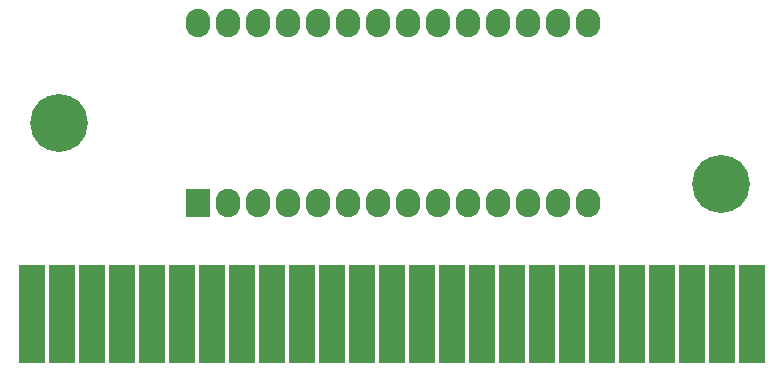
<source format=gbr>
G04 #@! TF.FileFunction,Soldermask,Bot*
%FSLAX46Y46*%
G04 Gerber Fmt 4.6, Leading zero omitted, Abs format (unit mm)*
G04 Created by KiCad (PCBNEW 4.0.7) date 02/14/19 03:38:50*
%MOMM*%
%LPD*%
G01*
G04 APERTURE LIST*
%ADD10C,0.100000*%
%ADD11C,4.900000*%
%ADD12R,2.200000X8.400000*%
%ADD13R,2.100000X2.400000*%
%ADD14O,2.100000X2.400000*%
G04 APERTURE END LIST*
D10*
D11*
X177624640Y-97221440D03*
D12*
X180240840Y-108151440D03*
X177700840Y-108151440D03*
X175160840Y-108151440D03*
X172620840Y-108151440D03*
X170080840Y-108151440D03*
X167540840Y-108151440D03*
X165000840Y-108151440D03*
X162460840Y-108151440D03*
X159920840Y-108151440D03*
X157380840Y-108151440D03*
X154840840Y-108151440D03*
X152300840Y-108151440D03*
X149760840Y-108151440D03*
X147220840Y-108151440D03*
X144680840Y-108151440D03*
X142140840Y-108151440D03*
X139600840Y-108151440D03*
X137060840Y-108151440D03*
X134520840Y-108151440D03*
X131980840Y-108151440D03*
X129440840Y-108151440D03*
X126900840Y-108151440D03*
X124360840Y-108151440D03*
X121820840Y-108151440D03*
X119280840Y-108151440D03*
D11*
X121625260Y-92019520D03*
D13*
X133350000Y-98806000D03*
D14*
X166370000Y-83566000D03*
X135890000Y-98806000D03*
X163830000Y-83566000D03*
X138430000Y-98806000D03*
X161290000Y-83566000D03*
X140970000Y-98806000D03*
X158750000Y-83566000D03*
X143510000Y-98806000D03*
X156210000Y-83566000D03*
X146050000Y-98806000D03*
X153670000Y-83566000D03*
X148590000Y-98806000D03*
X151130000Y-83566000D03*
X151130000Y-98806000D03*
X148590000Y-83566000D03*
X153670000Y-98806000D03*
X146050000Y-83566000D03*
X156210000Y-98806000D03*
X143510000Y-83566000D03*
X158750000Y-98806000D03*
X140970000Y-83566000D03*
X161290000Y-98806000D03*
X138430000Y-83566000D03*
X163830000Y-98806000D03*
X135890000Y-83566000D03*
X166370000Y-98806000D03*
X133350000Y-83566000D03*
M02*

</source>
